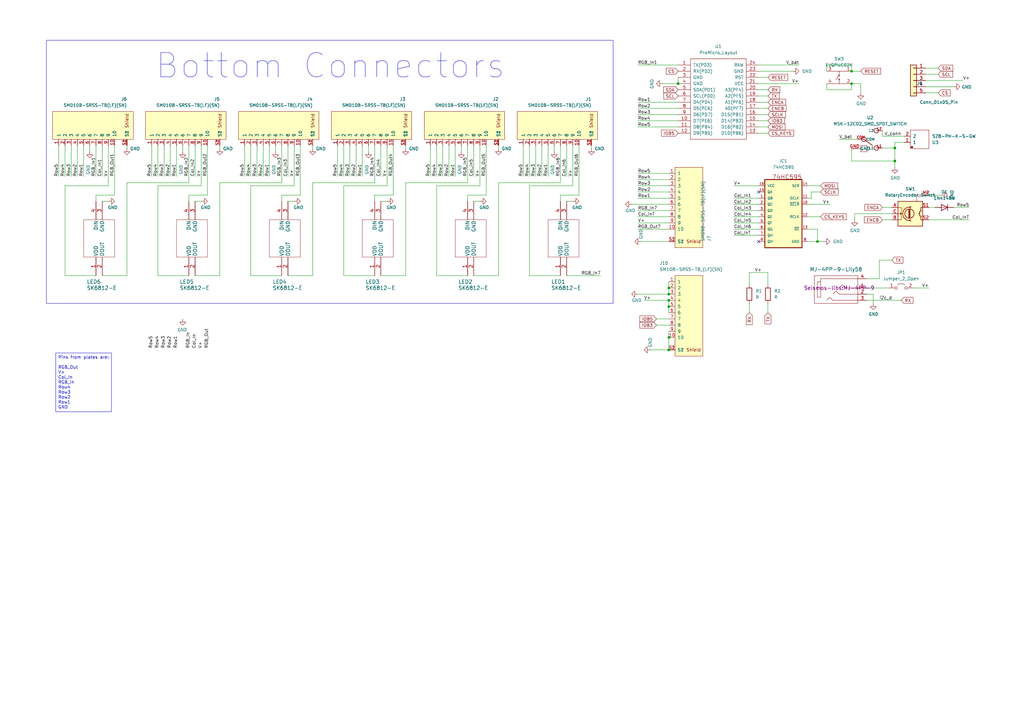
<source format=kicad_sch>
(kicad_sch (version 20230121) (generator eeschema)
  (paper "A3")
  (lib_symbols
    (symbol "Diode:1N4148W" (pin_numbers hide) (pin_names hide)
      (property "Reference" "D" (at 0 2.54 0))
      (property "Value" "1N4148W" (at 0 -2.54 0))
      (symbol "1N4148W_0_1"
        (polyline (pts (xy -1.27 1.27) (xy -1.27 -1.27)) (stroke (width 0.254)))
        (polyline (pts (xy 1.27 0) (xy -1.27 0)))
        (polyline (pts (xy 1.27 1.27) (xy 1.27 -1.27) (xy -1.27 0) (xy 1.27 1.27)) (stroke (width 0.254)))
      )
      (symbol "1N4148W_1_1"
        (pin passive line (at -3.81 0 0) (length 2.54) (name "K") (number "1"))
        (pin passive line (at 3.81 0 180) (length 2.54) (name "A") (number "2"))
      )
    )
    (symbol "GND_1" (power) (pin_names (offset 0))
      (property "Value" "GND_1" (at 0 -3.81 0))
      (symbol "GND_1_0_1"
        (polyline (pts (xy 0 0) (xy 0 -1.27) (xy 1.27 -1.27) (xy 0 -2.54) (xy -1.27 -1.27) (xy 0 -1.27)))
      )
      (symbol "GND_1_1_1"
        (pin power_in line (at 0 0 270) (length 0) hide (name "GND") (number "1"))
      )
    )
    (symbol "Seismos-sym:74HC595" (pin_names (offset 1.016))
      (property "Reference" "IC" (at -7.6325 -17.8092 0))
      (property "Value" "74HC595" (at 0 0 0))
      (symbol "74HC595_0_0"
        (rectangle (start -7.62 -15.24) (end 7.62 12.7) (stroke (width 0.381)) (fill (type background)))
        (text "74HC595" (at -7.6285 12.7142 0) (effects (font (size 1.78 1.78)) (justify left bottom)))
        (pin tri_state line (at 10.16 5.08 180) (length 2.54) (name "QB") (number "1"))
        (pin input line (at -10.16 2.54 0) (length 2.54) (name "~{SCLR}") (number "10"))
        (pin input line (at -10.16 5.08 0) (length 2.54) (name "SCLK") (number "11"))
        (pin input line (at -10.16 -2.54 0) (length 2.54) (name "RCLK") (number "12"))
        (pin input line (at -10.16 -7.62 0) (length 2.54) (name "~{OE}") (number "13"))
        (pin input line (at -10.16 10.16 0) (length 2.54) (name "SER") (number "14"))
        (pin tri_state line (at 10.16 7.62 180) (length 2.54) (name "QA") (number "15"))
        (pin power_in line (at 10.16 10.16 180) (length 2.54) (name "VCC") (number "16"))
        (pin tri_state line (at 10.16 2.54 180) (length 2.54) (name "QC") (number "2"))
        (pin tri_state line (at 10.16 0 180) (length 2.54) (name "QD") (number "3"))
        (pin tri_state line (at 10.16 -2.54 180) (length 2.54) (name "QE") (number "4"))
        (pin tri_state line (at 10.16 -5.08 180) (length 2.54) (name "QF") (number "5"))
        (pin tri_state line (at 10.16 -7.62 180) (length 2.54) (name "QG") (number "6"))
        (pin tri_state line (at 10.16 -10.16 180) (length 2.54) (name "QH") (number "7"))
        (pin power_in line (at -10.16 -12.7 0) (length 2.54) (name "GND") (number "8"))
        (pin tri_state line (at 10.16 -12.7 180) (length 2.54) (name "QH'") (number "9"))
      )
    )
    (symbol "Seismos-sym:Conn_01x05" (pin_names (offset 1.016) hide)
      (property "Reference" "J" (at 0 7.62 0))
      (property "Value" "Conn_01x05" (at 0 -7.62 0))
      (symbol "Conn_01x05_1_1"
        (rectangle (start -1.27 -4.953) (end 0 -5.207) (stroke (width 0.1524)))
        (rectangle (start -1.27 -2.413) (end 0 -2.667) (stroke (width 0.1524)))
        (rectangle (start -1.27 0.127) (end 0 -0.127) (stroke (width 0.1524)))
        (rectangle (start -1.27 2.667) (end 0 2.413) (stroke (width 0.1524)))
        (rectangle (start -1.27 5.207) (end 0 4.953) (stroke (width 0.1524)))
        (rectangle (start -1.27 6.35) (end 1.27 -6.35) (stroke (width 0.254)) (fill (type background)))
        (pin passive line (at -5.08 5.08 0) (length 3.81) (name "Pin_1") (number "1"))
        (pin passive line (at -5.08 2.54 0) (length 3.81) (name "Pin_2") (number "2"))
        (pin passive line (at -5.08 0 0) (length 3.81) (name "Pin_3") (number "3"))
        (pin passive line (at -5.08 -2.54 0) (length 3.81) (name "Pin_4") (number "4"))
        (pin passive line (at -5.08 -5.08 0) (length 3.81) (name "Pin_5") (number "5"))
      )
    )
    (symbol "Seismos-sym:EVQPUC02K" (pin_names (offset 1.016) hide)
      (property "Reference" "SW" (at 0 7.747 0))
      (property "Value" "EVQPUC02K" (at 0 12.827 0))
      (symbol "EVQPUC02K_1_1"
        (circle (center 0 -0.762) (radius 0.254) (stroke (width 0.1524)))
        (polyline (pts (xy -2.54 -2.54) (xy 2.54 -2.54)) (stroke (width 0.1524)))
        (polyline (pts (xy -2.54 2.54) (xy 2.54 2.54)) (stroke (width 0.1524)))
        (polyline (pts (xy -1.27 -1.016) (xy -0.254 0.762)) (stroke (width 0.1524)))
        (polyline (pts (xy 0 -2.54) (xy 0 -1.524)) (stroke (width 0.1524)))
        (polyline (pts (xy 0 -1.524) (xy 0 -0.762)) (stroke (width 0.1524)))
        (polyline (pts (xy 0 2.54) (xy 0 0.762)) (stroke (width 0.1524)))
        (circle (center 0 0.762) (radius 0.254) (stroke (width 0.1524)))
        (pin input line (at 5.08 2.54 180) (length 2.54) (name "1") (number "1"))
        (pin input line (at 5.08 -2.54 180) (length 2.54) (name "2") (number "2"))
        (pin input line (at -5.08 2.54 0) (length 2.54) (name "3") (number "3"))
        (pin input line (at -5.08 -2.54 0) (length 2.54) (name "4") (number "4"))
      )
    )
    (symbol "Seismos-sym:Jumper_2_Open" (pin_names (offset 0) hide)
      (property "Reference" "JP1" (at 0 6.35 0))
      (property "Value" "Jumper_2_Open" (at 0 3.81 0))
      (symbol "Jumper_2_Open_0_0"
        (circle (center -2.032 0) (radius 0.508))
        (circle (center 2.032 0) (radius 0.508))
      )
      (symbol "Jumper_2_Open_0_1"
        (arc (start 1.524 1.27) (mid 0 1.778) (end -1.524 1.27))
      )
      (symbol "Jumper_2_Open_1_1"
        (pin passive line (at -5.08 0 0) (length 2.54) (name "A") (number "1"))
        (pin passive line (at 5.08 0 180) (length 2.54) (name "B") (number "2"))
      )
    )
    (symbol "Seismos-sym:MJ-4PP-9-Lily58" (pin_names (offset 1.016))
      (property "Reference" "J" (at -8.89 -7.62 0))
      (property "Value" "MJ-4PP-9-Lily58" (at -3.81 6.35 0))
      (property "Footprint" "Seismos-libs:MJ-4PP-9" (at 0 0 0))
      (symbol "MJ-4PP-9-Lily58_0_1"
        (rectangle (start -7.62 2.54) (end -8.89 -3.81))
        (polyline (pts (xy 2.54 0) (xy 7.62 0)))
        (polyline (pts (xy -2.54 -5.08) (xy 7.62 -5.08) (xy 7.62 -5.08)))
        (polyline (pts (xy 0 -2.54) (xy -1.27 -1.27) (xy -2.54 -2.54)))
        (polyline (pts (xy 0 0) (xy 1.27 1.27) (xy 2.54 0)))
        (polyline (pts (xy 7.62 3.81) (xy -7.62 3.81) (xy -7.62 2.54)))
        (polyline (pts (xy -2.54 -5.08) (xy -3.81 -3.81) (xy -5.08 -5.08) (xy -5.08 -5.08)))
        (polyline (pts (xy 0 -2.54) (xy 7.62 -2.54) (xy 7.62 -2.54) (xy 7.62 -2.54)))
        (rectangle (start 7.62 -6.35) (end -10.16 5.08))
      )
      (symbol "MJ-4PP-9-Lily58_1_1"
        (pin passive line (at 11.43 0 180) (length 3.81) (name "~") (number "1"))
        (pin passive line (at 11.43 -2.54 180) (length 3.81) (name "~") (number "2"))
        (pin passive line (at 11.43 -5.08 180) (length 3.81) (name "~") (number "3"))
        (pin passive line (at 11.43 3.81 180) (length 3.81) (name "~") (number "4"))
      )
    )
    (symbol "Seismos-sym:MSK-12C02_SMD_SPDT_SWITCH" (pin_names (offset 1.016))
      (property "Reference" "U" (at -5.08 7.62 0))
      (property "Value" "MSK-12C02_SMD_SPDT_SWITCH" (at -5.08 -7.62 0))
      (symbol "MSK-12C02_SMD_SPDT_SWITCH_0_0"
        (circle (center -5.08 0) (radius 0.9158) (stroke (width 0.254)))
        (circle (center 0 -3.556) (radius 0.9158) (stroke (width 0.254)))
        (polyline (pts (xy -5.08 0) (xy -1.524 -2.54)) (stroke (width 0.254)))
        (circle (center 0 3.556) (radius 0.9158) (stroke (width 0.254)))
        (pin bidirectional line (at -7.62 0 0) (length 2.54) (name "COM") (number "COM"))
        (pin bidirectional line (at 2.54 -3.556 180) (length 2.54) (name "L1") (number "L1"))
        (pin bidirectional line (at 2.54 3.556 180) (length 2.54) (name "L2") (number "L2"))
      )
      (symbol "MSK-12C02_SMD_SPDT_SWITCH_0_1"
        (rectangle (start -6.35 -2.54) (end -3.81 -5.08))
        (polyline (pts (xy -7.62 -3.81) (xy -6.35 -3.81)))
      )
      (symbol "MSK-12C02_SMD_SPDT_SWITCH_1_1"
        (pin bidirectional line (at -10.16 -3.81 0) (length 2.54) (name "GND") (number "GND"))
      )
    )
    (symbol "Seismos-sym:ProMicro_2-Lily58" (pin_names (offset 1.016))
      (property "Reference" "U" (at 0 17.78 0))
      (property "Value" "ProMicro_2-Lily58" (at 0 -17.78 0))
      (symbol "ProMicro_2-Lily58_0_1"
        (rectangle (start -11.43 16.51) (end 11.43 -16.51))
      )
      (symbol "ProMicro_2-Lily58_1_1"
        (pin bidirectional line (at -16.51 13.97 0) (length 5.08) (name "TX(PD3)") (number "1"))
        (pin input line (at -16.51 -8.89 0) (length 5.08) (name "D7(PE6)") (number "10"))
        (pin input line (at -16.51 -11.43 0) (length 5.08) (name "D8(PB4)") (number "11"))
        (pin input line (at -16.51 -13.97 0) (length 5.08) (name "D9(PB5)") (number "12"))
        (pin input line (at 16.51 -13.97 180) (length 5.08) (name "D10(PB6)") (number "13"))
        (pin input line (at 16.51 -11.43 180) (length 5.08) (name "D16(PB2)") (number "14"))
        (pin input line (at 16.51 -8.89 180) (length 5.08) (name "D14(PB3)") (number "15"))
        (pin input line (at 16.51 -6.35 180) (length 5.08) (name "D15(PB1)") (number "16"))
        (pin input line (at 16.51 -3.81 180) (length 5.08) (name "A0(PF7)") (number "17"))
        (pin input line (at 16.51 -1.27 180) (length 5.08) (name "A1(PF6)") (number "18"))
        (pin input line (at 16.51 1.27 180) (length 5.08) (name "A2(PF5)") (number "19"))
        (pin input line (at -16.51 11.43 0) (length 5.08) (name "RX(PD2)") (number "2"))
        (pin input line (at 16.51 3.81 180) (length 5.08) (name "A3(PF4)") (number "20"))
        (pin input line (at 16.51 6.35 180) (length 5.08) (name "VCC") (number "21"))
        (pin input line (at 16.51 8.89 180) (length 5.08) (name "RST") (number "22"))
        (pin input line (at 16.51 11.43 180) (length 5.08) (name "GND") (number "23"))
        (pin input line (at 16.51 13.97 180) (length 5.08) (name "RAW") (number "24"))
        (pin input line (at -16.51 8.89 0) (length 5.08) (name "GND") (number "3"))
        (pin input line (at -16.51 6.35 0) (length 5.08) (name "GND") (number "4"))
        (pin input line (at -16.51 3.81 0) (length 5.08) (name "SDA(PD1)") (number "5"))
        (pin input line (at -16.51 1.27 0) (length 5.08) (name "SCL(PD0)") (number "6"))
        (pin input line (at -16.51 -1.27 0) (length 5.08) (name "D4(PD4)") (number "7"))
        (pin input line (at -16.51 -3.81 0) (length 5.08) (name "D5(PC6)") (number "8"))
        (pin input line (at -16.51 -6.35 0) (length 5.08) (name "D6(PD7)") (number "9"))
      )
    )
    (symbol "Seismos-sym:Resistor" (pin_numbers hide) (pin_names (offset 0))
      (property "Reference" "R" (at 2.032 0 90))
      (property "Value" "Resistor" (at 0 0 90))
      (symbol "Resistor_0_1"
        (rectangle (start -1.016 -2.54) (end 1.016 2.54) (stroke (width 0.254)))
      )
      (symbol "Resistor_1_1"
        (pin passive line (at 0 3.81 270) (length 1.27) (name "~") (number "1"))
        (pin passive line (at 0 -3.81 90) (length 1.27) (name "~") (number "2"))
      )
    )
    (symbol "Seismos-sym:RotaryEncoder_Switch" (pin_names (offset 0.254) hide)
      (property "Reference" "SW" (at 0 6.604 0))
      (property "Value" "RotaryEncoder_Switch" (at 0 -6.604 0))
      (symbol "RotaryEncoder_Switch_0_1"
        (rectangle (start -5.08 5.08) (end 5.08 -5.08) (stroke (width 0.254)) (fill (type background)))
        (circle (center -3.81 0) (radius 0.254) (fill (type outline)))
        (circle (center -0.381 0) (radius 1.905) (stroke (width 0.254)))
        (arc (start -0.381 2.667) (mid -3.0988 -0.0635) (end -0.381 -2.794) (stroke (width 0.254)))
        (polyline (pts (xy -0.635 -1.778) (xy -0.635 1.778)) (stroke (width 0.254)))
        (polyline (pts (xy -0.381 -1.778) (xy -0.381 1.778)) (stroke (width 0.254)))
        (polyline (pts (xy -0.127 1.778) (xy -0.127 -1.778)) (stroke (width 0.254)))
        (polyline (pts (xy 3.81 0) (xy 3.429 0)) (stroke (width 0.254)))
        (polyline (pts (xy 3.81 1.016) (xy 3.81 -1.016)) (stroke (width 0.254)))
        (polyline (pts (xy -5.08 -2.54) (xy -3.81 -2.54) (xy -3.81 -2.032)))
        (polyline (pts (xy -5.08 2.54) (xy -3.81 2.54) (xy -3.81 2.032)))
        (polyline (pts (xy 0.254 -3.048) (xy -0.508 -2.794) (xy 0.127 -2.413)) (stroke (width 0.254)))
        (polyline (pts (xy 0.254 2.921) (xy -0.508 2.667) (xy 0.127 2.286)) (stroke (width 0.254)))
        (polyline (pts (xy 5.08 -2.54) (xy 4.318 -2.54) (xy 4.318 -1.016)) (stroke (width 0.254)))
        (polyline (pts (xy 5.08 2.54) (xy 4.318 2.54) (xy 4.318 1.016)) (stroke (width 0.254)))
        (polyline (pts (xy 5.08 7.62) (xy 2.54 7.62) (xy 2.54 5.08)))
        (polyline (pts (xy -5.08 0) (xy -3.81 0) (xy -3.81 -1.016) (xy -3.302 -2.032)))
        (polyline (pts (xy -4.318 0) (xy -3.81 0) (xy -3.81 1.016) (xy -3.302 2.032)))
        (circle (center 4.318 -1.016) (radius 0.127) (stroke (width 0.254)))
        (circle (center 4.318 1.016) (radius 0.127) (stroke (width 0.254)))
      )
      (symbol "RotaryEncoder_Switch_1_1"
        (pin passive line (at -7.62 2.54 0) (length 2.54) (name "A") (number "A"))
        (pin passive line (at -7.62 -2.54 0) (length 2.54) (name "B") (number "B"))
        (pin passive line (at -7.62 0 0) (length 2.54) (name "C") (number "C"))
        (pin passive line (at 7.62 7.62 180) (length 2.54) (name "MP") (number "MP"))
        (pin passive line (at 7.62 2.54 180) (length 2.54) (name "S1") (number "S1"))
        (pin passive line (at 7.62 -2.54 180) (length 2.54) (name "S2") (number "S2"))
      )
    )
    (symbol "Seismos-sym:S2B-PH-K-S-GW" (pin_names (offset 1.016))
      (property "Reference" "U" (at 0 6.35 0))
      (property "Value" "S2B-PH-K-S-GW" (at 0 11.43 0))
      (symbol "S2B-PH-K-S-GW_1_1"
        (rectangle (start -2.54 3.81) (end 5.08 -3.81) (stroke (width 0.1524)))
        (circle (center -1.905 3.175) (radius 0.381) (stroke (width 0.1524)) (fill (type outline)))
        (pin input line (at -5.08 1.27 0) (length 2.54) (name "1") (number "1"))
        (pin input line (at -5.08 -1.27 0) (length 2.54) (name "2") (number "2"))
      )
    )
    (symbol "Seismos-sym:SK6812-E" (pin_names (offset 0.254))
      (property "Reference" "LED" (at 15.24 -10.16 0))
      (property "Value" "SK6812-E" (at 15.24 -12.7 0))
      (symbol "SK6812-E_1_1"
        (polyline (pts (xy 7.62 -7.62) (xy 22.86 -7.62)) (stroke (width 0.127)))
        (polyline (pts (xy 7.62 5.08) (xy 7.62 -7.62)) (stroke (width 0.127)))
        (polyline (pts (xy 22.86 -7.62) (xy 22.86 5.08)) (stroke (width 0.127)))
        (polyline (pts (xy 22.86 5.08) (xy 7.62 5.08)) (stroke (width 0.127)))
        (pin power_in line (at 0 0 0) (length 7.62) (name "VDD") (number "1"))
        (pin output line (at 0 -2.54 0) (length 7.62) (name "DOUT") (number "2"))
        (pin power_out line (at 30.48 -2.54 180) (length 7.62) (name "GND") (number "3"))
        (pin input line (at 30.48 0 180) (length 7.62) (name "DIN") (number "4"))
      )
    )
    (symbol "Seismos-sym:SM10B-SRSS-TB_(LF)(SN)" (pin_names (offset 1.016))
      (property "Reference" "CN" (at -9.4742 3.81 90))
      (property "Value" "SM10B-SRSS-TB_(LF)(SN)" (at 1.27 20.32 0))
      (symbol "SM10B-SRSS-TB_(LF)(SN)_1_1"
        (rectangle (start -3.81 17.78) (end 7.62 -15.24) (stroke (width 0.1524)) (fill (type background)))
        (text "Shield" (at 3.81 -12.7 0) (effects (font (size 1.27 1.27))))
        (pin input line (at -6.35 15.24 0) (length 2.54) (name "1") (number "1"))
        (pin input line (at -6.35 -7.62 0) (length 2.54) (name "10") (number "10"))
        (pin input line (at -6.35 12.7 0) (length 2.54) (name "2") (number "2"))
        (pin input line (at -6.35 10.16 0) (length 2.54) (name "3") (number "3"))
        (pin input line (at -6.35 7.62 0) (length 2.54) (name "4") (number "4"))
        (pin input line (at -6.35 5.08 0) (length 2.54) (name "5") (number "5"))
        (pin input line (at -6.35 2.54 0) (length 2.54) (name "6") (number "6"))
        (pin input line (at -6.35 0 0) (length 2.54) (name "7") (number "7"))
        (pin input line (at -6.35 -2.54 0) (length 2.54) (name "8") (number "8"))
        (pin input line (at -6.35 -5.08 0) (length 2.54) (name "9") (number "9"))
        (pin input line (at -6.35 -12.7 0) (length 2.54) (name "S1") (number "S1"))
        (pin input line (at -6.35 -12.7 0) (length 2.54) (name "S2") (number "S2"))
      )
    )
    (symbol "power:GND" (power) (pin_names (offset 0))
      (property "Value" "GND" (at 0 -3.81 0))
      (symbol "GND_0_1"
        (polyline (pts (xy 0 0) (xy 0 -1.27) (xy 1.27 -1.27) (xy 0 -2.54) (xy -1.27 -1.27) (xy 0 -1.27)))
      )
      (symbol "GND_1_1"
        (pin power_in line (at 0 0 270) (length 0) hide (name "GND") (number "1"))
      )
    )
  )
  (junction (at 274.32 138.43))
  (junction (at 274.32 120.65))
  (junction (at 274.32 143.51))
  (junction (at 349.25 34.29))
  (junction (at 274.32 125.73))
  (junction (at 367.03 60.706))
  (junction (at 349.25 29.21))
  (junction (at 335.28 99.06))
  (junction (at 278.13 34.29))
  (junction (at 367.03 66.04))
  (junction (at 274.32 118.11))
  (junction (at 274.32 123.19))
  (no_connect (at 311.15 78.74))
  (no_connect (at 311.15 99.06))
  (wire (pts (xy 217.17 59.69) (xy 217.17 72.39)))
  (wire (pts (xy 41.91 82.55) (xy 44.45 82.55)))
  (wire (pts (xy 179.07 76.2) (xy 179.07 113.03)))
  (wire (pts (xy 166.37 59.69) (xy 166.37 60.96)))
  (wire (pts (xy 232.41 59.69) (xy 232.41 72.39)))
  (wire (pts (xy 278.13 31.75) (xy 278.13 34.29)))
  (wire (pts (xy 261.62 73.66) (xy 274.32 73.66)))
  (wire (pts (xy 85.09 59.69) (xy 85.09 80.01)))
  (wire (pts (xy 179.07 113.03) (xy 191.77 113.03)))
  (wire (pts (xy 300.99 93.98) (xy 311.15 93.98)))
  (wire (pts (xy 336.55 78.74) (xy 332.74 78.74)))
  (wire (pts (xy 367.03 60.706) (xy 367.03 66.04)))
  (wire (pts (xy 307.34 111.76) (xy 307.34 116.84)))
  (wire (pts (xy 237.49 80.01) (xy 229.87 80.01)))
  (wire (pts (xy 128.27 113.03) (xy 128.27 74.93)))
  (wire (pts (xy 153.67 59.69) (xy 153.67 74.93)))
  (wire (pts (xy 349.25 26.67) (xy 349.25 29.21)))
  (wire (pts (xy 370.84 58.42) (xy 367.03 58.42)))
  (wire (pts (xy 311.15 39.37) (xy 314.96 39.37)))
  (wire (pts (xy 31.75 59.69) (xy 31.75 72.39)))
  (wire (pts (xy 266.7 143.51) (xy 274.32 143.51)))
  (wire (pts (xy 140.97 113.03) (xy 153.67 113.03)))
  (wire (pts (xy 261.62 93.98) (xy 274.32 93.98)))
  (wire (pts (xy 358.14 120.65) (xy 358.14 124.46)))
  (wire (pts (xy 314.96 52.07) (xy 311.15 52.07)))
  (wire (pts (xy 367.03 68.58) (xy 367.03 66.04)))
  (wire (pts (xy 314.96 49.53) (xy 311.15 49.53)))
  (wire (pts (xy 278.13 34.29) (xy 271.78 34.29)))
  (wire (pts (xy 138.43 59.69) (xy 138.43 72.39)))
  (wire (pts (xy 118.11 113.03) (xy 128.27 113.03)))
  (wire (pts (xy 264.16 123.19) (xy 274.32 123.19)))
  (wire (pts (xy 64.77 113.03) (xy 77.47 113.03)))
  (wire (pts (xy 379.73 30.48) (xy 384.81 30.48)))
  (wire (pts (xy 191.77 80.01) (xy 191.77 82.55)))
  (wire (pts (xy 274.32 118.11) (xy 274.32 120.65)))
  (wire (pts (xy 314.96 111.76) (xy 314.96 116.84)))
  (wire (pts (xy 337.82 99.06) (xy 335.28 99.06)))
  (wire (pts (xy 381 80.01) (xy 386.08 80.01)))
  (wire (pts (xy 261.62 49.53) (xy 278.13 49.53)))
  (wire (pts (xy 115.57 80.01) (xy 115.57 82.55)))
  (wire (pts (xy 148.59 59.69) (xy 148.59 72.39)))
  (wire (pts (xy 307.34 111.76) (xy 314.96 111.76)))
  (wire (pts (xy 314.96 124.46) (xy 314.96 128.27)))
  (wire (pts (xy 102.87 59.69) (xy 102.87 72.39)))
  (wire (pts (xy 110.49 59.69) (xy 110.49 72.39)))
  (wire (pts (xy 311.15 26.67) (xy 327.66 26.67)))
  (wire (pts (xy 29.21 59.69) (xy 29.21 72.39)))
  (wire (pts (xy 300.99 86.36) (xy 311.15 86.36)))
  (wire (pts (xy 204.47 74.93) (xy 229.87 74.93)))
  (wire (pts (xy 100.33 59.69) (xy 100.33 72.39)))
  (wire (pts (xy 214.63 59.69) (xy 214.63 72.39)))
  (wire (pts (xy 153.67 80.01) (xy 153.67 82.55)))
  (wire (pts (xy 335.28 99.06) (xy 335.28 93.98)))
  (wire (pts (xy 361.95 60.706) (xy 367.03 60.706)))
  (wire (pts (xy 41.91 113.03) (xy 52.07 113.03)))
  (wire (pts (xy 274.32 125.73) (xy 274.32 128.27)))
  (wire (pts (xy 350.52 87.63) (xy 350.52 90.17)))
  (wire (pts (xy 156.21 113.03) (xy 166.37 113.03)))
  (wire (pts (xy 219.71 59.69) (xy 219.71 72.39)))
  (wire (pts (xy 67.31 59.69) (xy 67.31 72.39)))
  (wire (pts (xy 332.74 78.74) (xy 332.74 81.28)))
  (wire (pts (xy 353.06 38.1) (xy 353.06 34.29)))
  (wire (pts (xy 300.99 81.28) (xy 311.15 81.28)))
  (wire (pts (xy 179.07 59.69) (xy 179.07 72.39)))
  (wire (pts (xy 52.07 74.93) (xy 77.47 74.93)))
  (wire (pts (xy 339.09 34.29) (xy 339.09 36.83)))
  (wire (pts (xy 311.15 29.21) (xy 325.12 29.21)))
  (wire (pts (xy 261.62 78.74) (xy 274.32 78.74)))
  (wire (pts (xy 314.96 46.99) (xy 311.15 46.99)))
  (wire (pts (xy 237.49 59.69) (xy 237.49 80.01)))
  (wire (pts (xy 90.17 74.93) (xy 115.57 74.93)))
  (wire (pts (xy 361.95 85.09) (xy 365.76 85.09)))
  (wire (pts (xy 123.19 80.01) (xy 115.57 80.01)))
  (wire (pts (xy 232.41 82.55) (xy 234.95 82.55)))
  (wire (pts (xy 156.21 59.69) (xy 156.21 72.39)))
  (wire (pts (xy 39.37 80.01) (xy 39.37 82.55)))
  (wire (pts (xy 300.99 76.2) (xy 311.15 76.2)))
  (wire (pts (xy 274.32 138.43) (xy 274.32 143.51)))
  (wire (pts (xy 80.01 113.03) (xy 90.17 113.03)))
  (wire (pts (xy 62.23 59.69) (xy 62.23 72.39)))
  (wire (pts (xy 80.01 59.69) (xy 80.01 72.39)))
  (wire (pts (xy 234.95 59.69) (xy 234.95 76.2)))
  (wire (pts (xy 64.77 76.2) (xy 64.77 113.03)))
  (wire (pts (xy 123.19 59.69) (xy 123.19 80.01)))
  (wire (pts (xy 339.09 26.67) (xy 349.25 26.67)))
  (wire (pts (xy 158.75 76.2) (xy 140.97 76.2)))
  (wire (pts (xy 360.68 106.68) (xy 365.76 106.68)))
  (wire (pts (xy 232.41 113.03) (xy 246.38 113.03)))
  (wire (pts (xy 242.57 59.69) (xy 242.57 60.96)))
  (wire (pts (xy 227.33 62.23) (xy 227.33 59.69)))
  (wire (pts (xy 118.11 82.55) (xy 120.65 82.55)))
  (wire (pts (xy 194.31 59.69) (xy 194.31 72.39)))
  (wire (pts (xy 39.37 59.69) (xy 39.37 72.39)))
  (wire (pts (xy 90.17 113.03) (xy 90.17 74.93)))
  (wire (pts (xy 118.11 59.69) (xy 118.11 72.39)))
  (wire (pts (xy 355.6 120.65) (xy 358.14 120.65)))
  (wire (pts (xy 349.25 36.83) (xy 349.25 34.29)))
  (wire (pts (xy 120.65 76.2) (xy 102.87 76.2)))
  (wire (pts (xy 186.69 59.69) (xy 186.69 72.39)))
  (wire (pts (xy 367.03 58.42) (xy 367.03 60.706)))
  (wire (pts (xy 300.99 91.44) (xy 311.15 91.44)))
  (wire (pts (xy 146.05 59.69) (xy 146.05 72.39)))
  (wire (pts (xy 374.65 118.11) (xy 381 118.11)))
  (wire (pts (xy 176.53 59.69) (xy 176.53 72.39)))
  (wire (pts (xy 379.73 35.56) (xy 391.16 35.56)))
  (wire (pts (xy 199.39 80.01) (xy 191.77 80.01)))
  (wire (pts (xy 77.47 59.69) (xy 77.47 74.93)))
  (wire (pts (xy 217.17 113.03) (xy 229.87 113.03)))
  (wire (pts (xy 140.97 76.2) (xy 140.97 113.03)))
  (wire (pts (xy 113.03 62.23) (xy 113.03 59.69)))
  (wire (pts (xy 24.13 59.69) (xy 24.13 72.39)))
  (wire (pts (xy 261.62 26.67) (xy 278.13 26.67)))
  (wire (pts (xy 102.87 76.2) (xy 102.87 113.03)))
  (wire (pts (xy 44.45 76.2) (xy 26.67 76.2)))
  (wire (pts (xy 361.95 55.88) (xy 370.84 55.88)))
  (wire (pts (xy 196.85 76.2) (xy 179.07 76.2)))
  (wire (pts (xy 391.16 85.09) (xy 397.51 85.09)))
  (wire (pts (xy 261.62 44.45) (xy 278.13 44.45)))
  (wire (pts (xy 52.07 59.69) (xy 52.07 60.96)))
  (wire (pts (xy 64.77 59.69) (xy 64.77 72.39)))
  (wire (pts (xy 234.95 76.2) (xy 217.17 76.2)))
  (wire (pts (xy 161.29 59.69) (xy 161.29 80.01)))
  (wire (pts (xy 300.99 88.9) (xy 311.15 88.9)))
  (wire (pts (xy 36.83 62.23) (xy 36.83 59.69)))
  (wire (pts (xy 189.23 62.23) (xy 189.23 59.69)))
  (wire (pts (xy 74.93 62.23) (xy 74.93 59.69)))
  (wire (pts (xy 34.29 59.69) (xy 34.29 72.39)))
  (wire (pts (xy 229.87 59.69) (xy 229.87 74.93)))
  (wire (pts (xy 44.45 59.69) (xy 44.45 76.2)))
  (wire (pts (xy 229.87 80.01) (xy 229.87 82.55)))
  (wire (pts (xy 339.09 29.21) (xy 339.09 26.67)))
  (wire (pts (xy 335.28 93.98) (xy 331.47 93.98)))
  (wire (pts (xy 204.47 59.69) (xy 204.47 60.96)))
  (wire (pts (xy 82.55 76.2) (xy 64.77 76.2)))
  (wire (pts (xy 336.55 88.9) (xy 331.47 88.9)))
  (wire (pts (xy 360.68 106.68) (xy 360.68 114.3)))
  (wire (pts (xy 52.07 113.03) (xy 52.07 74.93)))
  (wire (pts (xy 143.51 59.69) (xy 143.51 72.39)))
  (wire (pts (xy 224.79 59.69) (xy 224.79 72.39)))
  (wire (pts (xy 331.47 83.82) (xy 340.36 83.82)))
  (wire (pts (xy 158.75 59.69) (xy 158.75 76.2)))
  (wire (pts (xy 261.62 86.36) (xy 274.32 86.36)))
  (wire (pts (xy 166.37 74.93) (xy 191.77 74.93)))
  (wire (pts (xy 311.15 34.29) (xy 327.66 34.29)))
  (wire (pts (xy 140.97 59.69) (xy 140.97 72.39)))
  (wire (pts (xy 261.62 46.99) (xy 278.13 46.99)))
  (wire (pts (xy 120.65 59.69) (xy 120.65 76.2)))
  (wire (pts (xy 349.25 66.04) (xy 367.03 66.04)))
  (wire (pts (xy 261.62 52.07) (xy 278.13 52.07)))
  (wire (pts (xy 26.67 76.2) (xy 26.67 113.03)))
  (wire (pts (xy 196.85 59.69) (xy 196.85 76.2)))
  (wire (pts (xy 107.95 59.69) (xy 107.95 72.39)))
  (wire (pts (xy 307.34 124.46) (xy 307.34 128.27)))
  (wire (pts (xy 82.55 59.69) (xy 82.55 76.2)))
  (wire (pts (xy 349.25 29.21) (xy 353.06 29.21)))
  (wire (pts (xy 269.24 133.35) (xy 274.32 133.35)))
  (wire (pts (xy 69.85 59.69) (xy 69.85 72.39)))
  (wire (pts (xy 259.08 83.82) (xy 274.32 83.82)))
  (wire (pts (xy 166.37 113.03) (xy 166.37 74.93)))
  (wire (pts (xy 217.17 76.2) (xy 217.17 113.03)))
  (wire (pts (xy 360.68 114.3) (xy 355.6 114.3)))
  (wire (pts (xy 262.89 99.06) (xy 274.32 99.06)))
  (wire (pts (xy 355.6 123.19) (xy 369.57 123.19)))
  (wire (pts (xy 274.32 123.19) (xy 274.32 125.73)))
  (wire (pts (xy 204.47 113.03) (xy 204.47 74.93)))
  (wire (pts (xy 261.62 81.28) (xy 274.32 81.28)))
  (wire (pts (xy 381 85.09) (xy 383.54 85.09)))
  (wire (pts (xy 274.32 115.57) (xy 274.32 118.11)))
  (wire (pts (xy 222.25 59.69) (xy 222.25 72.39)))
  (wire (pts (xy 344.17 57.15) (xy 351.79 57.15)))
  (wire (pts (xy 261.62 71.12) (xy 274.32 71.12)))
  (wire (pts (xy 194.31 113.03) (xy 204.47 113.03)))
  (wire (pts (xy 151.13 62.23) (xy 151.13 59.69)))
  (wire (pts (xy 128.27 74.93) (xy 153.67 74.93)))
  (wire (pts (xy 181.61 59.69) (xy 181.61 72.39)))
  (wire (pts (xy 331.47 99.06) (xy 335.28 99.06)))
  (wire (pts (xy 261.62 76.2) (xy 274.32 76.2)))
  (wire (pts (xy 261.62 41.91) (xy 278.13 41.91)))
  (wire (pts (xy 336.55 76.2) (xy 331.47 76.2)))
  (wire (pts (xy 381 90.17) (xy 397.51 90.17)))
  (wire (pts (xy 314.96 54.61) (xy 311.15 54.61)))
  (wire (pts (xy 46.99 59.69) (xy 46.99 80.01)))
  (wire (pts (xy 90.17 59.69) (xy 90.17 60.96)))
  (wire (pts (xy 80.01 82.55) (xy 82.55 82.55)))
  (wire (pts (xy 85.09 80.01) (xy 77.47 80.01)))
  (wire (pts (xy 361.95 55.88) (xy 361.95 53.594)))
  (wire (pts (xy 365.76 87.63) (xy 350.52 87.63)))
  (wire (pts (xy 115.57 59.69) (xy 115.57 74.93)))
  (wire (pts (xy 105.41 59.69) (xy 105.41 72.39)))
  (wire (pts (xy 199.39 59.69) (xy 199.39 80.01)))
  (wire (pts (xy 261.62 120.65) (xy 274.32 120.65)))
  (wire (pts (xy 314.96 31.75) (xy 311.15 31.75)))
  (wire (pts (xy 184.15 59.69) (xy 184.15 72.39)))
  (wire (pts (xy 128.27 59.69) (xy 128.27 60.96)))
  (wire (pts (xy 274.32 135.89) (xy 274.32 138.43)))
  (wire (pts (xy 300.99 83.82) (xy 311.15 83.82)))
  (wire (pts (xy 314.96 41.91) (xy 311.15 41.91)))
  (wire (pts (xy 379.73 27.94) (xy 384.81 27.94)))
  (wire (pts (xy 26.67 113.03) (xy 39.37 113.03)))
  (wire (pts (xy 194.31 82.55) (xy 196.85 82.55)))
  (wire (pts (xy 353.06 34.29) (xy 349.25 34.29)))
  (wire (pts (xy 261.62 91.44) (xy 274.32 91.44)))
  (wire (pts (xy 26.67 59.69) (xy 26.67 72.39)))
  (wire (pts (xy 355.6 118.11) (xy 364.49 118.11)))
  (wire (pts (xy 72.39 59.69) (xy 72.39 72.39)))
  (wire (pts (xy 300.99 96.52) (xy 311.15 96.52)))
  (wire (pts (xy 77.47 80.01) (xy 77.47 82.55)))
  (wire (pts (xy 261.62 88.9) (xy 274.32 88.9)))
  (wire (pts (xy 361.95 90.17) (xy 365.76 90.17)))
  (wire (pts (xy 379.73 33.02) (xy 394.97 33.02)))
  (wire (pts (xy 349.25 60.96) (xy 349.25 66.04)))
  (wire (pts (xy 102.87 113.03) (xy 115.57 113.03)))
  (wire (pts (xy 156.21 82.55) (xy 158.75 82.55)))
  (wire (pts (xy 269.24 130.81) (xy 274.32 130.81)))
  (wire (pts (xy 379.73 38.1) (xy 384.81 38.1)))
  (wire (pts (xy 46.99 80.01) (xy 39.37 80.01)))
  (wire (pts (xy 311.15 36.83) (xy 314.96 36.83)))
  (wire (pts (xy 191.77 59.69) (xy 191.77 74.93)))
  (wire (pts (xy 41.91 59.69) (xy 41.91 72.39)))
  (wire (pts (xy 332.74 81.28) (xy 331.47 81.28)))
  (wire (pts (xy 339.09 36.83) (xy 349.25 36.83)))
  (wire (pts (xy 161.29 80.01) (xy 153.67 80.01)))
  (wire (pts (xy 314.96 44.45) (xy 311.15 44.45)))
  (rectangle (start 19.05 16.51) (end 251.46 124.46))
  (text_box "Pins from plates are:\n\nRGB_Out\nV+\nCol_In\nRGB_In\nRow4\nRow3\nRow2\nRow1\nGND" (at 22.86 144.78 0) (size 22.86 24.13) (effects (font (size 1.27 1.27)) (justify left top)))
  (text "Bottom Connectors" (at 63.5 33.02 0) (effects (font (size 10 10)) (justify left bottom)))
  (label "Row1" (at 261.62 81.28 0))
  (label "RGB_Out" (at 85.725 142.875 90))
  (label "Row3" (at 105.41 72.39 90))
  (label "Row3" (at 219.71 72.39 90))
  (label "Col_In3" (at 300.99 86.36 0))
  (label "Row2" (at 146.05 72.39 90))
  (label "Col_In4" (at 156.21 72.39 90))
  (label "Row1" (at 110.49 72.39 90))
  (label "Row5" (at 62.23 72.39 90))
  (label "Row3" (at 181.61 72.39 90))
  (label "V+" (at 196.85 72.39 90))
  (label "Row3" (at 261.62 76.2 0))
  (label "Row2" (at 261.62 78.74 0))
  (label "V+" (at 83.185 142.875 90))
  (label "V+" (at 158.75 72.39 90))
  (label "Col_InT" (at 397.51 90.17 180))
  (label "Row4" (at 65.405 142.875 90))
  (label "Row5" (at 24.13 72.39 90))
  (label "Row5" (at 138.43 72.39 90))
  (label "V_bat" (at 344.17 57.15 0))
  (label "V+" (at 120.65 72.39 90))
  (label "Row4" (at 64.77 72.39 90))
  (label "Col_In3" (at 118.11 72.39 90))
  (label "Row3" (at 261.62 46.99 0))
  (label "Row5" (at 176.53 72.39 90))
  (label "Row1" (at 73.025 142.875 90))
  (label "RGB_Out6" (at 237.49 72.39 90))
  (label "V_conn" (at 369.57 55.88 180))
  (label "i2c_d" (at 360.68 123.19 0))
  (label "RGB_In2" (at 77.47 72.39 90))
  (label "Col_In5" (at 194.31 72.39 90))
  (label "V+" (at 82.55 72.39 90))
  (label "RGB_In7" (at 261.62 86.36 0))
  (label "Row2" (at 69.85 72.39 90))
  (label "Row4" (at 217.17 72.39 90))
  (label "Row2" (at 31.75 72.39 90))
  (label "RGB_In3" (at 115.57 72.39 90))
  (label "V+" (at 234.95 72.39 90))
  (label "Col_In" (at 80.645 142.875 90))
  (label "Col_In5" (at 300.99 91.44 0))
  (label "RGB_In5" (at 191.77 72.39 90))
  (label "Row1" (at 34.29 72.39 90))
  (label "Row5" (at 100.33 72.39 90))
  (label "Row2" (at 184.15 72.39 90))
  (label "Col_In1" (at 41.91 72.39 90))
  (label "Row2" (at 70.485 142.875 90))
  (label "Row1" (at 72.39 72.39 90))
  (label "Row5" (at 397.51 85.09 180))
  (label "Row5" (at 261.62 52.07 0))
  (label "V+" (at 394.97 33.02 0))
  (label "Col_In2" (at 80.01 72.39 90))
  (label "V+" (at 312.42 111.76 180))
  (label "Row1" (at 224.79 72.39 90))
  (label "V+" (at 340.36 83.82 180))
  (label "RGB_Out1" (at 46.99 72.39 90))
  (label "V+" (at 327.66 34.29 180))
  (label "Row2" (at 222.25 72.39 90))
  (label "Row5" (at 261.62 71.12 0))
  (label "RGB_In6" (at 229.87 72.39 90))
  (label "V+" (at 44.45 72.39 90))
  (label "Row4" (at 261.62 73.66 0))
  (label "V+" (at 300.99 76.2 0))
  (label "Row4" (at 261.62 49.53 0))
  (label "Row4" (at 102.87 72.39 90))
  (label "V+" (at 381 118.11 180))
  (label "Col_In1" (at 300.99 81.28 0))
  (label "V+" (at 264.16 123.19 0))
  (label "V+" (at 261.62 91.44 0))
  (label "Row3" (at 29.21 72.39 90))
  (label "Col_InT" (at 300.99 96.52 0))
  (label "RGB_In7" (at 246.38 113.03 180))
  (label "V_bat" (at 327.66 26.67 180))
  (label "RGB_In4" (at 153.67 72.39 90))
  (label "RGB_Out5" (at 199.39 72.39 90))
  (label "Row4" (at 26.67 72.39 90))
  (label "RGB_Out7" (at 261.62 93.98 0))
  (label "Col_In6" (at 232.41 72.39 90))
  (label "RGB_In" (at 78.105 142.875 90))
  (label "RGB_In1" (at 39.37 72.39 90))
  (label "RGB_Out4" (at 161.29 72.39 90))
  (label "RGB_In1" (at 261.62 26.67 0))
  (label "Row3" (at 143.51 72.39 90))
  (label "RGB_Out3" (at 123.19 72.39 90))
  (label "Row1" (at 148.59 72.39 90))
  (label "Col_In2" (at 300.99 83.82 0))
  (label "Row5" (at 62.865 142.875 90))
  (label "Col_In6" (at 300.99 93.98 0))
  (label "Row2" (at 261.62 44.45 0))
  (label "Row4" (at 140.97 72.39 90))
  (label "Row1" (at 186.69 72.39 90))
  (label "Row2" (at 107.95 72.39 90))
  (label "Row3" (at 67.31 72.39 90))
  (label "Row5" (at 214.63 72.39 90))
  (label "RGB_Out2" (at 85.09 72.39 90))
  (label "Col_In4" (at 300.99 88.9 0))
  (label "Row3" (at 67.945 142.875 90))
  (label "Row1" (at 261.62 41.91 0))
  (label "Col_InT" (at 261.62 88.9 0))
  (label "Row4" (at 179.07 72.39 90))
  (global_label "RX" (shape input) (at 307.34 128.27 270) (property "Intersheetrefs" "${INTERSHEET_REFS}" (effects hide)))
  (global_label "IOB3" (shape input) (at 269.24 133.35 180) (property "Intersheetrefs" "${INTERSHEET_REFS}" (effects hide)))
  (global_label "IOB5" (shape input) (at 269.24 130.81 180) (property "Intersheetrefs" "${INTERSHEET_REFS}" (effects hide)))
  (global_label "SDA" (shape input) (at 384.81 27.94 0) (property "Intersheetrefs" "${INTERSHEET_REFS}" (effects hide)))
  (global_label "IOB5" (shape input) (at 278.13 54.61 180) (property "Intersheetrefs" "${INTERSHEET_REFS}" (effects hide)))
  (global_label "CS" (shape input) (at 278.13 29.21 180) (property "Intersheetrefs" "${INTERSHEET_REFS}" (effects hide)))
  (global_label "IOB3" (shape input) (at 314.96 49.53 0) (property "Intersheetrefs" "${INTERSHEET_REFS}" (effects hide)))
  (global_label "TX" (shape input) (at 365.76 106.68 0) (property "Intersheetrefs" "${INTERSHEET_REFS}" (effects hide)))
  (global_label "ENCA" (shape input) (at 314.96 41.91 0) (property "Intersheetrefs" "${INTERSHEET_REFS}" (effects hide)))
  (global_label "RX" (shape input) (at 314.96 36.83 0) (property "Intersheetrefs" "${INTERSHEET_REFS}" (effects hide)))
  (global_label "ENCB" (shape input) (at 314.96 44.45 0) (property "Intersheetrefs" "${INTERSHEET_REFS}" (effects hide)))
  (global_label "RESET" (shape input) (at 314.96 31.75 0) (property "Intersheetrefs" "${INTERSHEET_REFS}" (effects hide)))
  (global_label "TX" (shape input) (at 314.96 128.27 270) (property "Intersheetrefs" "${INTERSHEET_REFS}" (effects hide)))
  (global_label "CS_KEYS" (shape input) (at 314.96 54.61 0) (property "Intersheetrefs" "${INTERSHEET_REFS}" (effects hide)))
  (global_label "RESET" (shape input) (at 353.06 29.21 0) (property "Intersheetrefs" "${INTERSHEET_REFS}" (effects hide)))
  (global_label "MOSI" (shape input) (at 336.55 76.2 0) (property "Intersheetrefs" "${INTERSHEET_REFS}" (effects hide)))
  (global_label "ENCB" (shape input) (at 361.95 90.17 180) (property "Intersheetrefs" "${INTERSHEET_REFS}" (effects hide)))
  (global_label "MOSI" (shape input) (at 314.96 52.07 0) (property "Intersheetrefs" "${INTERSHEET_REFS}" (effects hide)))
  (global_label "SCL" (shape input) (at 278.13 39.37 180) (property "Intersheetrefs" "${INTERSHEET_REFS}" (effects hide)))
  (global_label "SCLK" (shape input) (at 314.96 46.99 0) (property "Intersheetrefs" "${INTERSHEET_REFS}" (effects hide)))
  (global_label "ENCA" (shape input) (at 361.95 85.09 180) (property "Intersheetrefs" "${INTERSHEET_REFS}" (effects hide)))
  (global_label "SCL" (shape input) (at 384.81 30.48 0) (property "Intersheetrefs" "${INTERSHEET_REFS}" (effects hide)))
  (global_label "SCLK" (shape input) (at 336.55 78.74 0) (property "Intersheetrefs" "${INTERSHEET_REFS}" (effects hide)))
  (global_label "CS_KEYS" (shape input) (at 336.55 88.9 0) (property "Intersheetrefs" "${INTERSHEET_REFS}" (effects hide)))
  (global_label "TX" (shape input) (at 314.96 39.37 0) (property "Intersheetrefs" "${INTERSHEET_REFS}" (effects hide)))
  (global_label "RX" (shape input) (at 369.57 123.19 0) (property "Intersheetrefs" "${INTERSHEET_REFS}" (effects hide)))
  (global_label "SDA" (shape input) (at 278.13 36.83 180) (property "Intersheetrefs" "${INTERSHEET_REFS}" (effects hide)))
  (global_label "CS" (shape input) (at 384.81 38.1 0) (property "Intersheetrefs" "${INTERSHEET_REFS}" (effects hide)))
  (symbol (lib_id "Seismos-sym:SM10B-SRSS-TB_(LF)(SN)") (at 229.87 53.34 90) (unit 1)
    (property "Reference" "J1" (at 242.57 40.64 90) (effects (justify left)))
    (property "Value" "SM010B-SRSS-TB(LF)(SN)" (at 242.57 43.18 90) (effects (justify left)))
    (property "Footprint" "Seismos-libs:CONN-SMD_10P-P1.00_SM10B-SRSS-TB-LF-SN" (effects hide))
    (property "Datasheet" "http://www.szlcsc.com/product/details_171789.html" (effects hide))
    (property "PARTREV" "1.0" (effects hide))
    (property "MANUFACTURER" "Manufacturer_name" (effects hide))
    (property "STANDARD" "Manufacturer Recommendations" (effects hide))
    (property "SuppliersPartNumber" "C160409" (effects hide))
    (property "uuid" "std:5e45a64e8ce7478d8accd2bac4409ba5" (effects hide))
  )
  (symbol (lib_id "power:GND") (at 52.07 60.96 0) (unit 1)
    (property "Reference" "#PWR02" (effects hide))
    (property "Value" "GND" (at 53.34 60.96 0) (effects (justify left)))
  )
  (symbol (lib_id "Seismos-sym:RotaryEncoder_Switch") (at 373.38 87.63 0) (unit 1)
    (property "Reference" "SW1" (at 373.38 77.47 0))
    (property "Value" "RotaryEncoder_Switch" (at 373.38 80.01 0))
    (property "Footprint" "Seismos-libs:RotaryEncoder_Alps_EC11E-Switch_Vertical_H20mm-keebio_modified" (effects hide))
  )
  (symbol (lib_id "power:GND") (at 242.57 60.96 0) (unit 1)
    (property "Reference" "#PWR028" (effects hide))
    (property "Value" "GND" (at 243.84 60.96 0) (effects (justify left)))
  )
  (symbol (lib_id "power:GND") (at 44.45 82.55 90) (unit 1)
    (property "Reference" "#PWR021" (effects hide))
    (property "Value" "GND" (at 48.26 85.09 90) (effects (justify left)))
  )
  (symbol (lib_id "Seismos-sym:SK6812-E") (at 77.47 113.03 90) (unit 1)
    (property "Reference" "LED5" (at 73.66 115.57 90) (effects (font (size 1.524 1.524)) (justify right)))
    (property "Value" "SK6812-E" (at 73.66 118.11 90) (effects (font (size 1.524 1.524)) (justify right)))
    (property "Footprint" "Seismos-libs:SK6812-E" (effects hide))
  )
  (symbol (lib_id "Seismos-sym:EVQPUC02K") (at 344.17 31.75 0) (unit 1)
    (property "Reference" "SW3" (at 344.17 24.13 0))
    (property "Value" "EVQPUC02K" (at 344.17 26.67 0))
    (property "Footprint" "Seismos-libs:SW-SMD_EVQPUD02K" (effects hide))
    (property "Datasheet" "http://www.szlcsc.com/product/details_80311.html" (effects hide))
    (property "SuppliersPartNumber" "C79174" (effects hide))
    (property "uuid" "std:89571b53ad64408584c96bcda364818c" (effects hide))
  )
  (symbol (lib_id "Seismos-sym:SK6812-E") (at 191.77 113.03 90) (unit 1)
    (property "Reference" "LED2" (at 187.96 115.57 90) (effects (font (size 1.524 1.524)) (justify right)))
    (property "Value" "SK6812-E" (at 187.96 118.11 90) (effects (font (size 1.524 1.524)) (justify right)))
    (property "Footprint" "Seismos-libs:SK6812-E" (effects hide))
  )
  (symbol (lib_id "Seismos-sym:SM10B-SRSS-TB_(LF)(SN)") (at 191.77 53.34 90) (unit 1)
    (property "Reference" "J2" (at 204.47 40.64 90) (effects (justify left)))
    (property "Value" "SM010B-SRSS-TB(LF)(SN)" (at 204.47 43.18 90) (effects (justify left)))
    (property "Footprint" "Seismos-libs:CONN-SMD_10P-P1.00_SM10B-SRSS-TB-LF-SN" (effects hide))
    (property "Datasheet" "http://www.szlcsc.com/product/details_171789.html" (effects hide))
    (property "PARTREV" "1.0" (effects hide))
    (property "MANUFACTURER" "Manufacturer_name" (effects hide))
    (property "STANDARD" "Manufacturer Recommendations" (effects hide))
    (property "SuppliersPartNumber" "C160409" (effects hide))
    (property "uuid" "std:5e45a64e8ce7478d8accd2bac4409ba5" (effects hide))
  )
  (symbol (lib_name "GND_1") (lib_id "power:GND") (at 74.93 130.81 0) (mirror y) (unit 1)
    (property "Reference" "#PWR023" (effects hide))
    (property "Value" "GND" (at 76.835 135.255 0) (effects (justify left)))
  )
  (symbol (lib_id "Seismos-sym:Jumper_2_Open") (at 369.57 118.11 0) (unit 1)
    (property "Reference" "JP1" (at 369.57 111.76 0))
    (property "Value" "Jumper_2_Open" (at 369.57 114.3 0))
    (property "Footprint" "Jumper:SolderJumper-2_P1.3mm_Open_TrianglePad1.0x1.5mm" (effects hide))
  )
  (symbol (lib_id "Seismos-sym:SM10B-SRSS-TB_(LF)(SN)") (at 115.57 53.34 90) (unit 1)
    (property "Reference" "J4" (at 128.27 40.64 90) (effects (justify left)))
    (property "Value" "SM010B-SRSS-TB(LF)(SN)" (at 128.27 43.18 90) (effects (justify left)))
    (property "Footprint" "Seismos-libs:CONN-SMD_10P-P1.00_SM10B-SRSS-TB-LF-SN" (effects hide))
    (property "Datasheet" "http://www.szlcsc.com/product/details_171789.html" (effects hide))
    (property "PARTREV" "1.0" (effects hide))
    (property "MANUFACTURER" "Manufacturer_name" (effects hide))
    (property "STANDARD" "Manufacturer Recommendations" (effects hide))
    (property "SuppliersPartNumber" "C160409" (effects hide))
    (property "uuid" "std:5e45a64e8ce7478d8accd2bac4409ba5" (effects hide))
  )
  (symbol (lib_id "Seismos-sym:SK6812-E") (at 229.87 113.03 90) (unit 1)
    (property "Reference" "LED1" (at 226.06 115.57 90) (effects (font (size 1.524 1.524)) (justify right)))
    (property "Value" "SK6812-E" (at 226.06 118.11 90) (effects (font (size 1.524 1.524)) (justify right)))
    (property "Footprint" "Seismos-libs:SK6812-E" (effects hide))
  )
  (symbol (lib_id "Seismos-sym:SM10B-SRSS-TB_(LF)(SN)") (at 39.37 53.34 90) (unit 1)
    (property "Reference" "J6" (at 52.07 40.64 90) (effects (justify left)))
    (property "Value" "SM010B-SRSS-TB(LF)(SN)" (at 52.07 43.18 90) (effects (justify left)))
    (property "Footprint" "Seismos-libs:CONN-SMD_10P-P1.00_SM10B-SRSS-TB-LF-SN" (effects hide))
    (property "Datasheet" "http://www.szlcsc.com/product/details_171789.html" (effects hide))
    (property "PARTREV" "1.0" (effects hide))
    (property "MANUFACTURER" "Manufacturer_name" (effects hide))
    (property "STANDARD" "Manufacturer Recommendations" (effects hide))
    (property "SuppliersPartNumber" "C160409" (effects hide))
    (property "uuid" "std:5e45a64e8ce7478d8accd2bac4409ba5" (effects hide))
  )
  (symbol (lib_id "Diode:1N4148W") (at 387.35 85.09 180) (unit 1)
    (property "Reference" "D1" (at 387.35 78.74 0))
    (property "Value" "1N4148W" (at 387.35 81.28 0))
    (property "Footprint" "Diode_SMD:D_SOD-123" (effects hide))
    (property "Datasheet" "https://www.vishay.com/docs/85748/1n4148w.pdf" (effects hide))
    (property "Sim.Device" "D" (effects hide))
    (property "Sim.Pins" "1=K 2=A" (effects hide))
  )
  (symbol (lib_id "Seismos-sym:SK6812-E") (at 153.67 113.03 90) (unit 1)
    (property "Reference" "LED3" (at 149.86 115.57 90) (effects (font (size 1.524 1.524)) (justify right)))
    (property "Value" "SK6812-E" (at 149.86 118.11 90) (effects (font (size 1.524 1.524)) (justify right)))
    (property "Footprint" "Seismos-libs:SK6812-E" (effects hide))
  )
  (symbol (lib_id "power:GND") (at 204.47 60.96 0) (unit 1)
    (property "Reference" "#PWR024" (effects hide))
    (property "Value" "GND" (at 205.74 60.96 0) (effects (justify left)))
  )
  (symbol (lib_id "power:GND") (at 358.14 124.46 0) (unit 1)
    (property "Reference" "#PWR015" (effects hide))
    (property "Value" "GND" (at 358.267 128.8542 0))
  )
  (symbol (lib_id "power:GND") (at 234.95 82.55 90) (unit 1)
    (property "Reference" "#PWR027" (effects hide))
    (property "Value" "GND" (at 238.76 85.09 90) (effects (justify left)))
  )
  (symbol (lib_name "GND_1") (lib_id "power:GND") (at 227.33 62.23 0) (mirror y) (unit 1)
    (property "Reference" "#PWR026" (effects hide))
    (property "Value" "GND" (at 226.6472 71.6388 90) (effects (justify left)))
  )
  (symbol (lib_id "Seismos-sym:Resistor") (at 314.96 120.65 0) (unit 1)
    (property "Reference" "R2" (at 317.5 119.38 0) (effects (justify left)))
    (property "Value" "R" (at 317.5 121.92 0) (effects (justify left)))
    (property "Footprint" "Resistor_SMD:R_0603_1608Metric_Pad0.98x0.95mm_HandSolder" (effects hide))
  )
  (symbol (lib_id "power:GND") (at 350.52 90.17 0) (unit 1)
    (property "Reference" "#PWR017" (effects hide))
    (property "Value" "GND" (at 350.647 94.5642 0))
  )
  (symbol (lib_id "Seismos-sym:74HC595") (at 321.31 86.36 0) (mirror y) (unit 1)
    (property "Reference" "IC1" (at 321.31 66.04 0))
    (property "Value" "74HC595" (at 321.31 68.58 0))
    (property "Footprint" "Seismos-libs:SO16" (effects hide))
    (property "MF" "Nexperia" (effects hide))
    (property "Description" "\nShift Register Single 8-Bit Serial to Serial/Parallel 16-Pin SSOP T/R\n" (effects hide))
    (property "Package" "None" (effects hide))
    (property "Price" "None" (effects hide))
    (property "SnapEDA_Link" "https://www.snapeda.com/parts/74HC595/Nexperia/view-part/?ref=snap" (effects hide))
    (property "MP" "74HC595" (effects hide))
    (property "Availability" "In Stock" (effects hide))
    (property "Check_prices" "https://www.snapeda.com/parts/74HC595/Nexperia/view-part/?ref=eda" (effects hide))
  )
  (symbol (lib_id "Seismos-sym:Resistor") (at 307.34 120.65 0) (unit 1)
    (property "Reference" "R1" (at 309.88 119.38 0) (effects (justify left)))
    (property "Value" "R" (at 309.88 121.92 0) (effects (justify left)))
    (property "Footprint" "Resistor_SMD:R_0603_1608Metric_Pad0.98x0.95mm_HandSolder" (effects hide))
  )
  (symbol (lib_name "GND_1") (lib_id "power:GND") (at 74.93 62.23 0) (mirror y) (unit 1)
    (property "Reference" "#PWR03" (effects hide))
    (property "Value" "GND" (at 74.2472 71.6388 90) (effects (justify left)))
  )
  (symbol (lib_id "Seismos-sym:ProMicro_2-Lily58") (at 294.64 40.64 0) (unit 1)
    (property "Reference" "U1" (at 294.64 19.05 0))
    (property "Value" "ProMicro_Layout" (at 294.64 21.59 0))
    (property "Footprint" "Seismos-libs:keebRev-onesided_ProMicro" (effects hide))
  )
  (symbol (lib_name "GND_1") (lib_id "power:GND") (at 259.08 83.82 270) (mirror x) (unit 1)
    (property "Reference" "#PWR020" (effects hide))
    (property "Value" "GND" (at 256.54 86.36 90) (effects (justify left)))
  )
  (symbol (lib_id "power:GND") (at 386.08 80.01 90) (unit 1)
    (property "Reference" "#PWR032" (effects hide))
    (property "Value" "GND" (at 390.4742 79.883 0))
  )
  (symbol (lib_id "Seismos-sym:S2B-PH-K-S-GW") (at 375.92 57.15 0) (mirror x) (unit 1)
    (property "Reference" "U3" (at 382.27 58.42 0) (effects (justify left)))
    (property "Value" "S2B-PH-K-S-GW" (at 382.27 55.88 0) (effects (justify left)))
    (property "Footprint" "Seismos-libs:CONN-TH_S2B-PH-K-S-GW" (effects hide))
    (property "Datasheet" "http://www.szlcsc.com/product/details_169280.html" (effects hide))
    (property "SuppliersPartNumber" "C157932" (effects hide))
    (property "uuid" "std:142e468e0eff4c74b82a90663b738815" (effects hide))
  )
  (symbol (lib_name "GND_1") (lib_id "power:GND") (at 36.83 62.23 0) (mirror y) (unit 1)
    (property "Reference" "#PWR01" (effects hide))
    (property "Value" "GND" (at 36.1472 71.6388 90) (effects (justify left)))
  )
  (symbol (lib_id "power:GND") (at 128.27 60.96 0) (unit 1)
    (property "Reference" "#PWR08" (effects hide))
    (property "Value" "GND" (at 129.54 60.96 0) (effects (justify left)))
  )
  (symbol (lib_id "power:GND") (at 266.7 143.51 270) (unit 1)
    (property "Reference" "#PWR031" (effects hide))
    (property "Value" "GND" (at 266.7 138.43 0) (effects (justify left)))
  )
  (symbol (lib_id "Seismos-sym:SK6812-E") (at 39.37 113.03 90) (unit 1)
    (property "Reference" "LED6" (at 35.56 115.57 90) (effects (font (size 1.524 1.524)) (justify right)))
    (property "Value" "SK6812-E" (at 35.56 118.11 90) (effects (font (size 1.524 1.524)) (justify right)))
    (property "Footprint" "Seismos-libs:SK6812-E" (effects hide))
  )
  (symbol (lib_id "power:GND") (at 337.82 99.06 90) (unit 1)
    (property "Reference" "#PWR029" (effects hide))
    (property "Value" "GND" (at 341.63 99.06 90) (effects (justify right)))
  )
  (symbol (lib_id "Seismos-sym:SK6812-E") (at 115.57 113.03 90) (unit 1)
    (property "Reference" "LED4" (at 111.76 115.57 90) (effects (font (size 1.524 1.524)) (justify right)))
    (property "Value" "SK6812-E" (at 111.76 118.11 90) (effects (font (size 1.524 1.524)) (justify right)))
    (property "Footprint" "Seismos-libs:SK6812-E" (effects hide))
  )
  (symbol (lib_id "power:GND") (at 391.16 35.56 90) (mirror x) (unit 1)
    (property "Reference" "#PWR013" (effects hide))
    (property "Value" "GND" (at 394.4112 35.687 90) (effects (justify right)))
  )
  (symbol (lib_id "Seismos-sym:SM10B-SRSS-TB_(LF)(SN)") (at 280.67 86.36 0) (unit 1)
    (property "Reference" "J7" (at 290.83 99.06 90) (effects (justify left)))
    (property "Value" "SM09B-SRSS-TB(LF)(SN)" (at 288.29 99.06 90) (effects (justify left)))
    (property "Footprint" "Seismos-libs:CONN-SMD_10P-P1.00_SM10B-SRSS-TB-LF-SN" (effects hide))
    (property "Datasheet" "http://www.szlcsc.com/product/details_171789.html" (effects hide))
    (property "PARTREV" "1.0" (effects hide))
    (property "MANUFACTURER" "Manufacturer_name" (effects hide))
    (property "STANDARD" "Manufacturer Recommendations" (effects hide))
    (property "SuppliersPartNumber" "C160409" (effects hide))
    (property "uuid" "std:5e45a64e8ce7478d8accd2bac4409ba5" (effects hide))
  )
  (symbol (lib_id "power:GND") (at 166.37 60.96 0) (unit 1)
    (property "Reference" "#PWR011" (effects hide))
    (property "Value" "GND" (at 167.64 60.96 0) (effects (justify left)))
  )
  (symbol (lib_name "GND_1") (lib_id "power:GND") (at 113.03 62.23 0) (mirror y) (unit 1)
    (property "Reference" "#PWR06" (effects hide))
    (property "Value" "GND" (at 112.3472 71.6388 90) (effects (justify left)))
  )
  (symbol (lib_id "power:GND") (at 367.03 68.58 0) (unit 1)
    (property "Reference" "#PWR09" (effects hide))
    (property "Value" "GND" (at 367.157 72.9742 0))
  )
  (symbol (lib_id "power:GND") (at 262.89 99.06 270) (unit 1)
    (property "Reference" "#PWR018" (effects hide))
    (property "Value" "GND" (at 262.89 93.98 0) (effects (justify left)))
  )
  (symbol (lib_name "GND_1") (lib_id "power:GND") (at 189.23 62.23 0) (mirror y) (unit 1)
    (property "Reference" "#PWR025" (effects hide))
    (property "Value" "GND" (at 188.5472 71.6388 90) (effects (justify left)))
  )
  (symbol (lib_id "power:GND") (at 196.85 82.55 90) (unit 1)
    (property "Reference" "#PWR022" (effects hide))
    (property "Value" "GND" (at 200.66 85.09 90) (effects (justify left)))
  )
  (symbol (lib_id "power:GND") (at 158.75 82.55 90) (unit 1)
    (property "Reference" "#PWR010" (effects hide))
    (property "Value" "GND" (at 162.56 85.09 90) (effects (justify left)))
  )
  (symbol (lib_id "power:GND") (at 261.62 120.65 270) (mirror x) (unit 1)
    (property "Reference" "#PWR030" (effects hide))
    (property "Value" "GND" (at 259.08 123.19 90) (effects (justify left)))
  )
  (symbol (lib_id "power:GND") (at 325.12 29.21 90) (unit 1)
    (property "Reference" "#PWR014" (effects hide))
    (property "Value" "GND" (at 328.93 29.21 90) (effects (justify right)))
  )
  (symbol (lib_id "Seismos-sym:SM10B-SRSS-TB_(LF)(SN)") (at 153.67 53.34 90) (unit 1)
    (property "Reference" "J3" (at 166.37 40.64 90) (effects (justify left)))
    (property "Value" "SM010B-SRSS-TB(LF)(SN)" (at 166.37 43.18 90) (effects (justify left)))
    (property "Footprint" "Seismos-libs:CONN-SMD_10P-P1.00_SM10B-SRSS-TB-LF-SN" (effects hide))
    (property "Datasheet" "http://www.szlcsc.com/product/details_171789.html" (effects hide))
    (property "PARTREV" "1.0" (effects hide))
    (property "MANUFACTURER" "Manufacturer_name" (effects hide))
    (property "STANDARD" "Manufacturer Recommendations" (effects hide))
    (property "SuppliersPartNumber" "C160409" (effects hide))
    (property "uuid" "std:5e45a64e8ce7478d8accd2bac4409ba5" (effects hide))
  )
  (symbol (lib_id "power:GND") (at 82.55 82.55 90) (unit 1)
    (property "Reference" "#PWR04" (effects hide))
    (property "Value" "GND" (at 86.36 85.09 90) (effects (justify left)))
  )
  (symbol (lib_id "Seismos-sym:MJ-4PP-9-Lily58") (at 344.17 118.11 0) (unit 1)
    (property "Reference" "J8" (effects hide))
    (property "Value" "MJ-4PP-9-Lily58" (at 342.9 110.49 0) (effects (font (size 1.524 1.524))))
    (property "Footprint" "Seismos-libs:MJ-4PP-9" (at 344.17 118.11 0) (effects (font (size 1.524 1.524))))
  )
  (symbol (lib_id "power:GND") (at 271.78 34.29 270) (unit 1)
    (property "Reference" "#PWR019" (effects hide))
    (property "Value" "GND" (at 267.3858 34.417 0))
  )
  (symbol (lib_id "Seismos-sym:MSK-12C02_SMD_SPDT_SWITCH") (at 359.41 57.15 0) (unit 1)
    (property "Reference" "U2" (at 356.87 48.26 0))
    (property "Value" "MSK-12C02_SMD_SPDT_SWITCH" (at 356.87 50.8 0))
    (property "Footprint" "Seismos-libs:SW_PCM12SMTR" (effects hide))
  )
  (symbol (lib_id "power:GND") (at 353.06 38.1 0) (unit 1)
    (property "Reference" "#PWR012" (effects hide))
    (property "Value" "GND" (at 353.187 42.4942 0))
  )
  (symbol (lib_name "GND_1") (lib_id "power:GND") (at 151.13 62.23 0) (mirror y) (unit 1)
    (property "Reference" "#PWR016" (effects hide))
    (property "Value" "GND" (at 150.4472 71.6388 90) (effects (justify left)))
  )
  (symbol (lib_id "power:GND") (at 90.17 60.96 0) (unit 1)
    (property "Reference" "#PWR05" (effects hide))
    (property "Value" "GND" (at 91.44 60.96 0) (effects (justify left)))
  )
  (symbol (lib_id "Seismos-sym:SM10B-SRSS-TB_(LF)(SN)") (at 280.67 130.81 0) (unit 1)
    (property "Reference" "J10" (at 270.51 107.95 0) (effects (justify left)))
    (property "Value" "SM10B-SRSS-TB_(LF)(SN)" (at 270.51 110.49 0) (effects (justify left)))
    (property "Footprint" "Seismos-libs:CONN-SMD_10P-P1.00_SM10B-SRSS-TB-LF-SN" (effects hide))
    (property "Datasheet" "http://www.szlcsc.com/product/details_171789.html" (effects hide))
    (property "PARTREV" "1.0" (effects hide))
    (property "MANUFACTURER" "Manufacturer_name" (effects hide))
    (property "STANDARD" "Manufacturer Recommendations" (effects hide))
    (property "SuppliersPartNumber" "C160409" (effects hide))
    (property "uuid" "std:5e45a64e8ce7478d8accd2bac4409ba5" (effects hide))
  )
  (symbol (lib_id "Seismos-sym:Conn_01x05") (at 374.65 33.02 0) (mirror y) (unit 1)
    (property "Reference" "J9" (at 375.92 34.29 0) (effects (justify right)))
    (property "Value" "Conn_01x05_Pin" (at 377.19 41.91 0) (effects (justify right)))
    (property "Footprint" "Connector_PinHeader_2.54mm:PinHeader_1x05_P2.54mm_Vertical" (effects hide))
  )
  (symbol (lib_id "Seismos-sym:SM10B-SRSS-TB_(LF)(SN)") (at 77.47 53.34 90) (unit 1)
    (property "Reference" "J5" (at 90.17 40.64 90) (effects (justify left)))
    (property "Value" "SM010B-SRSS-TB(LF)(SN)" (at 90.17 43.18 90) (effects (justify left)))
    (property "Footprint" "Seismos-libs:CONN-SMD_10P-P1.00_SM10B-SRSS-TB-LF-SN" (effects hide))
    (property "Datasheet" "http://www.szlcsc.com/product/details_171789.html" (effects hide))
    (property "PARTREV" "1.0" (effects hide))
    (property "MANUFACTURER" "Manufacturer_name" (effects hide))
    (property "STANDARD" "Manufacturer Recommendations" (effects hide))
    (property "SuppliersPartNumber" "C160409" (effects hide))
    (property "uuid" "std:5e45a64e8ce7478d8accd2bac4409ba5" (effects hide))
  )
  (symbol (lib_id "power:GND") (at 120.65 82.55 90) (unit 1)
    (property "Reference" "#PWR07" (effects hide))
    (property "Value" "GND" (at 124.46 85.09 90) (effects (justify left)))
  )
)
</source>
